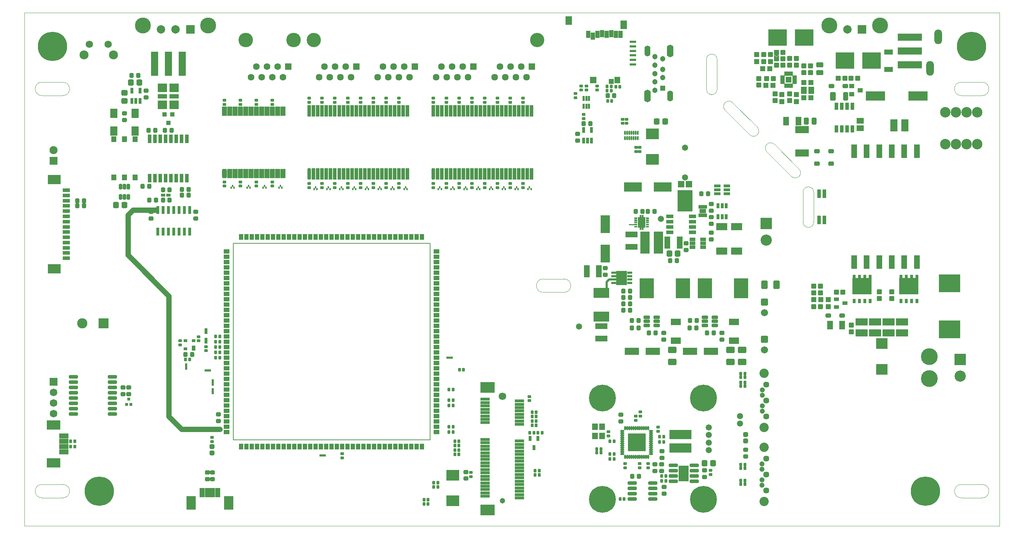
<source format=gts>
G04*
G04 #@! TF.GenerationSoftware,Altium Limited,Altium Designer,23.1.1 (15)*
G04*
G04 Layer_Color=8388736*
%FSLAX44Y44*%
%MOMM*%
G71*
G04*
G04 #@! TF.SameCoordinates,5873BA87-B4A8-4489-8BBC-5F2359CC4874*
G04*
G04*
G04 #@! TF.FilePolarity,Negative*
G04*
G01*
G75*
%ADD12C,0.1270*%
%ADD21C,0.5080*%
%ADD23C,0.0254*%
%ADD24C,0.1020*%
%ADD25C,0.1016*%
%ADD141C,1.2700*%
%ADD142R,3.1032X2.6032*%
%ADD143R,1.1032X1.4032*%
%ADD144R,1.4032X1.1032*%
G04:AMPARAMS|DCode=145|XSize=0.7032mm|YSize=0.8032mm|CornerRadius=0.1516mm|HoleSize=0mm|Usage=FLASHONLY|Rotation=180.000|XOffset=0mm|YOffset=0mm|HoleType=Round|Shape=RoundedRectangle|*
%AMROUNDEDRECTD145*
21,1,0.7032,0.5000,0,0,180.0*
21,1,0.4000,0.8032,0,0,180.0*
1,1,0.3032,-0.2000,0.2500*
1,1,0.3032,0.2000,0.2500*
1,1,0.3032,0.2000,-0.2500*
1,1,0.3032,-0.2000,-0.2500*
%
%ADD145ROUNDEDRECTD145*%
%ADD146R,0.8032X1.3032*%
G04:AMPARAMS|DCode=147|XSize=0.7032mm|YSize=0.8032mm|CornerRadius=0.1516mm|HoleSize=0mm|Usage=FLASHONLY|Rotation=270.000|XOffset=0mm|YOffset=0mm|HoleType=Round|Shape=RoundedRectangle|*
%AMROUNDEDRECTD147*
21,1,0.7032,0.5000,0,0,270.0*
21,1,0.4000,0.8032,0,0,270.0*
1,1,0.3032,-0.2500,-0.2000*
1,1,0.3032,-0.2500,0.2000*
1,1,0.3032,0.2500,0.2000*
1,1,0.3032,0.2500,-0.2000*
%
%ADD147ROUNDEDRECTD147*%
G04:AMPARAMS|DCode=148|XSize=1.1032mm|YSize=1.0032mm|CornerRadius=0.2016mm|HoleSize=0mm|Usage=FLASHONLY|Rotation=180.000|XOffset=0mm|YOffset=0mm|HoleType=Round|Shape=RoundedRectangle|*
%AMROUNDEDRECTD148*
21,1,1.1032,0.6000,0,0,180.0*
21,1,0.7000,1.0032,0,0,180.0*
1,1,0.4032,-0.3500,0.3000*
1,1,0.4032,0.3500,0.3000*
1,1,0.4032,0.3500,-0.3000*
1,1,0.4032,-0.3500,-0.3000*
%
%ADD148ROUNDEDRECTD148*%
%ADD149R,3.4032X2.5032*%
%ADD150R,2.2032X0.8032*%
%ADD151R,1.4032X1.6032*%
%ADD152C,7.0000*%
%ADD153R,3.4032X1.8032*%
G04:AMPARAMS|DCode=154|XSize=1.4532mm|YSize=1.3532mm|CornerRadius=0.2454mm|HoleSize=0mm|Usage=FLASHONLY|Rotation=90.000|XOffset=0mm|YOffset=0mm|HoleType=Round|Shape=RoundedRectangle|*
%AMROUNDEDRECTD154*
21,1,1.4532,0.8625,0,0,90.0*
21,1,0.9625,1.3532,0,0,90.0*
1,1,0.4907,0.4313,0.4813*
1,1,0.4907,0.4313,-0.4813*
1,1,0.4907,-0.4313,-0.4813*
1,1,0.4907,-0.4313,0.4813*
%
%ADD154ROUNDEDRECTD154*%
%ADD155R,2.4332X1.6232*%
G04:AMPARAMS|DCode=156|XSize=1.1132mm|YSize=1.1332mm|CornerRadius=0.2154mm|HoleSize=0mm|Usage=FLASHONLY|Rotation=90.000|XOffset=0mm|YOffset=0mm|HoleType=Round|Shape=RoundedRectangle|*
%AMROUNDEDRECTD156*
21,1,1.1132,0.7025,0,0,90.0*
21,1,0.6825,1.1332,0,0,90.0*
1,1,0.4307,0.3513,0.3413*
1,1,0.4307,0.3513,-0.3413*
1,1,0.4307,-0.3513,-0.3413*
1,1,0.4307,-0.3513,0.3413*
%
%ADD156ROUNDEDRECTD156*%
%ADD157R,0.5032X0.9532*%
%ADD158R,1.5032X1.1032*%
%ADD159R,1.6032X0.8032*%
%ADD160R,0.7532X1.2532*%
%ADD161R,1.4032X0.8532*%
%ADD162R,2.5032X3.4332*%
%ADD163R,1.1532X0.5532*%
%ADD164R,3.5032X4.7032*%
%ADD165R,3.7084X2.4638*%
%ADD166R,5.2070X2.3114*%
%ADD167R,1.7282X0.8532*%
%ADD168R,0.6532X1.6782*%
G04:AMPARAMS|DCode=169|XSize=1.1532mm|YSize=2.2532mm|CornerRadius=0.3391mm|HoleSize=0mm|Usage=FLASHONLY|Rotation=180.000|XOffset=0mm|YOffset=0mm|HoleType=Round|Shape=RoundedRectangle|*
%AMROUNDEDRECTD169*
21,1,1.1532,1.5750,0,0,180.0*
21,1,0.4750,2.2532,0,0,180.0*
1,1,0.6782,-0.2375,0.7875*
1,1,0.6782,0.2375,0.7875*
1,1,0.6782,0.2375,-0.7875*
1,1,0.6782,-0.2375,-0.7875*
%
%ADD169ROUNDEDRECTD169*%
%ADD170R,1.1532X2.2532*%
G04:AMPARAMS|DCode=171|XSize=0.8432mm|YSize=2.7432mm|CornerRadius=0.2616mm|HoleSize=0mm|Usage=FLASHONLY|Rotation=180.000|XOffset=0mm|YOffset=0mm|HoleType=Round|Shape=RoundedRectangle|*
%AMROUNDEDRECTD171*
21,1,0.8432,2.2200,0,0,180.0*
21,1,0.3200,2.7432,0,0,180.0*
1,1,0.5232,-0.1600,1.1100*
1,1,0.5232,0.1600,1.1100*
1,1,0.5232,0.1600,-1.1100*
1,1,0.5232,-0.1600,-1.1100*
%
%ADD171ROUNDEDRECTD171*%
%ADD172R,0.8432X2.7432*%
G04:AMPARAMS|DCode=173|XSize=0.9432mm|YSize=0.4232mm|CornerRadius=0.1291mm|HoleSize=0mm|Usage=FLASHONLY|Rotation=90.000|XOffset=0mm|YOffset=0mm|HoleType=Round|Shape=RoundedRectangle|*
%AMROUNDEDRECTD173*
21,1,0.9432,0.1650,0,0,90.0*
21,1,0.6850,0.4232,0,0,90.0*
1,1,0.2582,0.0825,0.3425*
1,1,0.2582,0.0825,-0.3425*
1,1,0.2582,-0.0825,-0.3425*
1,1,0.2582,-0.0825,0.3425*
%
%ADD173ROUNDEDRECTD173*%
G04:AMPARAMS|DCode=174|XSize=1.5732mm|YSize=0.7932mm|CornerRadius=0.2491mm|HoleSize=0mm|Usage=FLASHONLY|Rotation=0.000|XOffset=0mm|YOffset=0mm|HoleType=Round|Shape=RoundedRectangle|*
%AMROUNDEDRECTD174*
21,1,1.5732,0.2950,0,0,0.0*
21,1,1.0750,0.7932,0,0,0.0*
1,1,0.4982,0.5375,-0.1475*
1,1,0.4982,-0.5375,-0.1475*
1,1,0.4982,-0.5375,0.1475*
1,1,0.4982,0.5375,0.1475*
%
%ADD174ROUNDEDRECTD174*%
G04:AMPARAMS|DCode=175|XSize=2.1732mm|YSize=0.8032mm|CornerRadius=0.1766mm|HoleSize=0mm|Usage=FLASHONLY|Rotation=180.000|XOffset=0mm|YOffset=0mm|HoleType=Round|Shape=RoundedRectangle|*
%AMROUNDEDRECTD175*
21,1,2.1732,0.4500,0,0,180.0*
21,1,1.8200,0.8032,0,0,180.0*
1,1,0.3532,-0.9100,0.2250*
1,1,0.3532,0.9100,0.2250*
1,1,0.3532,0.9100,-0.2250*
1,1,0.3532,-0.9100,-0.2250*
%
%ADD175ROUNDEDRECTD175*%
%ADD176R,2.3532X3.7032*%
%ADD177R,4.2282X4.2282*%
G04:AMPARAMS|DCode=178|XSize=1.0632mm|YSize=0.4632mm|CornerRadius=0.1718mm|HoleSize=0mm|Usage=FLASHONLY|Rotation=90.000|XOffset=0mm|YOffset=0mm|HoleType=Round|Shape=RoundedRectangle|*
%AMROUNDEDRECTD178*
21,1,1.0632,0.1196,0,0,90.0*
21,1,0.7196,0.4632,0,0,90.0*
1,1,0.3436,0.0598,0.3598*
1,1,0.3436,0.0598,-0.3598*
1,1,0.3436,-0.0598,-0.3598*
1,1,0.3436,-0.0598,0.3598*
%
%ADD178ROUNDEDRECTD178*%
G04:AMPARAMS|DCode=179|XSize=1.0632mm|YSize=0.4632mm|CornerRadius=0.1718mm|HoleSize=0mm|Usage=FLASHONLY|Rotation=0.000|XOffset=0mm|YOffset=0mm|HoleType=Round|Shape=RoundedRectangle|*
%AMROUNDEDRECTD179*
21,1,1.0632,0.1196,0,0,0.0*
21,1,0.7196,0.4632,0,0,0.0*
1,1,0.3436,0.3598,-0.0598*
1,1,0.3436,-0.3598,-0.0598*
1,1,0.3436,-0.3598,0.0598*
1,1,0.3436,0.3598,0.0598*
%
%ADD179ROUNDEDRECTD179*%
G04:AMPARAMS|DCode=180|XSize=2.1832mm|YSize=0.7932mm|CornerRadius=0.1754mm|HoleSize=0mm|Usage=FLASHONLY|Rotation=180.000|XOffset=0mm|YOffset=0mm|HoleType=Round|Shape=RoundedRectangle|*
%AMROUNDEDRECTD180*
21,1,2.1832,0.4425,0,0,180.0*
21,1,1.8325,0.7932,0,0,180.0*
1,1,0.3507,-0.9163,0.2213*
1,1,0.3507,0.9163,0.2213*
1,1,0.3507,0.9163,-0.2213*
1,1,0.3507,-0.9163,-0.2213*
%
%ADD180ROUNDEDRECTD180*%
%ADD181R,0.7032X0.8032*%
G04:AMPARAMS|DCode=182|XSize=2.2532mm|YSize=0.7932mm|CornerRadius=0.1754mm|HoleSize=0mm|Usage=FLASHONLY|Rotation=0.000|XOffset=0mm|YOffset=0mm|HoleType=Round|Shape=RoundedRectangle|*
%AMROUNDEDRECTD182*
21,1,2.2532,0.4425,0,0,0.0*
21,1,1.9025,0.7932,0,0,0.0*
1,1,0.3507,0.9513,-0.2213*
1,1,0.3507,-0.9513,-0.2213*
1,1,0.3507,-0.9513,0.2213*
1,1,0.3507,0.9513,0.2213*
%
%ADD182ROUNDEDRECTD182*%
%ADD183R,2.9232X1.3632*%
%ADD184R,2.2032X4.2032*%
%ADD185R,2.3032X3.2032*%
%ADD186R,1.2032X2.2032*%
%ADD187R,3.1524X2.2524*%
%ADD188R,1.7524X0.9524*%
G04:AMPARAMS|DCode=189|XSize=1.1032mm|YSize=1.0032mm|CornerRadius=0.2016mm|HoleSize=0mm|Usage=FLASHONLY|Rotation=90.000|XOffset=0mm|YOffset=0mm|HoleType=Round|Shape=RoundedRectangle|*
%AMROUNDEDRECTD189*
21,1,1.1032,0.6000,0,0,90.0*
21,1,0.7000,1.0032,0,0,90.0*
1,1,0.4032,0.3000,0.3500*
1,1,0.4032,0.3000,-0.3500*
1,1,0.4032,-0.3000,-0.3500*
1,1,0.4032,-0.3000,0.3500*
%
%ADD189ROUNDEDRECTD189*%
%ADD190C,1.4740*%
%ADD191R,1.7532X2.3032*%
%ADD192R,1.1632X1.3232*%
G04:AMPARAMS|DCode=193|XSize=1.4532mm|YSize=1.3532mm|CornerRadius=0.2454mm|HoleSize=0mm|Usage=FLASHONLY|Rotation=0.000|XOffset=0mm|YOffset=0mm|HoleType=Round|Shape=RoundedRectangle|*
%AMROUNDEDRECTD193*
21,1,1.4532,0.8625,0,0,0.0*
21,1,0.9625,1.3532,0,0,0.0*
1,1,0.4907,0.4813,-0.4313*
1,1,0.4907,-0.4813,-0.4313*
1,1,0.4907,-0.4813,0.4313*
1,1,0.4907,0.4813,0.4313*
%
%ADD193ROUNDEDRECTD193*%
G04:AMPARAMS|DCode=194|XSize=1.4132mm|YSize=0.7832mm|CornerRadius=0.1741mm|HoleSize=0mm|Usage=FLASHONLY|Rotation=270.000|XOffset=0mm|YOffset=0mm|HoleType=Round|Shape=RoundedRectangle|*
%AMROUNDEDRECTD194*
21,1,1.4132,0.4350,0,0,270.0*
21,1,1.0650,0.7832,0,0,270.0*
1,1,0.3482,-0.2175,-0.5325*
1,1,0.3482,-0.2175,0.5325*
1,1,0.3482,0.2175,0.5325*
1,1,0.3482,0.2175,-0.5325*
%
%ADD194ROUNDEDRECTD194*%
%ADD195R,0.7366X1.9050*%
%ADD196R,0.9832X0.6732*%
%ADD197R,0.8532X2.1532*%
%ADD198R,1.0432X1.0432*%
%ADD199R,0.6032X1.2032*%
%ADD200R,0.7032X1.3282*%
%ADD201R,0.9032X0.8032*%
%ADD202R,0.9032X1.2032*%
%ADD203R,3.5632X5.0632*%
%ADD204R,1.5932X1.6032*%
%ADD205R,0.5032X1.0532*%
%ADD206R,1.0532X0.5032*%
%ADD207R,1.4532X1.4532*%
%ADD208R,1.3532X1.6732*%
%ADD209R,3.2032X1.6532*%
G04:AMPARAMS|DCode=210|XSize=1.1432mm|YSize=1.9732mm|CornerRadius=0.1674mm|HoleSize=0mm|Usage=FLASHONLY|Rotation=0.000|XOffset=0mm|YOffset=0mm|HoleType=Round|Shape=RoundedRectangle|*
%AMROUNDEDRECTD210*
21,1,1.1432,1.6384,0,0,0.0*
21,1,0.8084,1.9732,0,0,0.0*
1,1,0.3348,0.4042,-0.8192*
1,1,0.3348,-0.4042,-0.8192*
1,1,0.3348,-0.4042,0.8192*
1,1,0.3348,0.4042,0.8192*
%
%ADD210ROUNDEDRECTD210*%
G04:AMPARAMS|DCode=211|XSize=1.2932mm|YSize=1.9732mm|CornerRadius=0.1779mm|HoleSize=0mm|Usage=FLASHONLY|Rotation=0.000|XOffset=0mm|YOffset=0mm|HoleType=Round|Shape=RoundedRectangle|*
%AMROUNDEDRECTD211*
21,1,1.2932,1.6174,0,0,0.0*
21,1,0.9374,1.9732,0,0,0.0*
1,1,0.3558,0.4687,-0.8087*
1,1,0.3558,-0.4687,-0.8087*
1,1,0.3558,-0.4687,0.8087*
1,1,0.3558,0.4687,0.8087*
%
%ADD211ROUNDEDRECTD211*%
G04:AMPARAMS|DCode=212|XSize=1.2032mm|YSize=1.6232mm|CornerRadius=0.2266mm|HoleSize=0mm|Usage=FLASHONLY|Rotation=90.000|XOffset=0mm|YOffset=0mm|HoleType=Round|Shape=RoundedRectangle|*
%AMROUNDEDRECTD212*
21,1,1.2032,1.1700,0,0,90.0*
21,1,0.7500,1.6232,0,0,90.0*
1,1,0.4532,0.5850,0.3750*
1,1,0.4532,0.5850,-0.3750*
1,1,0.4532,-0.5850,-0.3750*
1,1,0.4532,-0.5850,0.3750*
%
%ADD212ROUNDEDRECTD212*%
%ADD213R,4.5532X2.3032*%
%ADD214R,1.2032X1.3032*%
%ADD215R,1.4132X2.0232*%
G04:AMPARAMS|DCode=216|XSize=1.4132mm|YSize=0.9332mm|CornerRadius=0.1673mm|HoleSize=0mm|Usage=FLASHONLY|Rotation=180.000|XOffset=0mm|YOffset=0mm|HoleType=Round|Shape=RoundedRectangle|*
%AMROUNDEDRECTD216*
21,1,1.4132,0.5986,0,0,180.0*
21,1,1.0786,0.9332,0,0,180.0*
1,1,0.3346,-0.5393,0.2993*
1,1,0.3346,0.5393,0.2993*
1,1,0.3346,0.5393,-0.2993*
1,1,0.3346,-0.5393,-0.2993*
%
%ADD216ROUNDEDRECTD216*%
%ADD217R,0.8532X2.0532*%
%ADD218R,1.3032X0.8532*%
%ADD219R,0.7032X1.1282*%
%ADD220R,0.8032X1.0032*%
%ADD221R,4.6132X3.8582*%
%ADD222R,5.1032X4.2032*%
%ADD223R,1.4732X3.2532*%
%ADD224R,1.1752X1.0052*%
%ADD225R,0.8532X1.7282*%
%ADD226R,1.8032X5.8032*%
%ADD227R,2.2032X1.0032*%
%ADD228R,2.2032X2.0532*%
G04:AMPARAMS|DCode=229|XSize=1.1432mm|YSize=1.2232mm|CornerRadius=0.1956mm|HoleSize=0mm|Usage=FLASHONLY|Rotation=0.000|XOffset=0mm|YOffset=0mm|HoleType=Round|Shape=RoundedRectangle|*
%AMROUNDEDRECTD229*
21,1,1.1432,0.8320,0,0,0.0*
21,1,0.7520,1.2232,0,0,0.0*
1,1,0.3912,0.3760,-0.4160*
1,1,0.3912,-0.3760,-0.4160*
1,1,0.3912,-0.3760,0.4160*
1,1,0.3912,0.3760,0.4160*
%
%ADD229ROUNDEDRECTD229*%
%ADD230R,2.0832X1.3032*%
%ADD231R,2.9232X1.7332*%
%ADD232R,2.2032X1.2032*%
%ADD233R,3.2032X2.3032*%
%ADD234R,4.4432X4.0132*%
%ADD235R,2.7032X2.5032*%
%ADD236R,0.8032X1.3532*%
%ADD237R,0.7032X0.6032*%
%ADD238R,0.8232X0.6032*%
%ADD239R,0.4032X0.6332*%
%ADD240R,1.2192X1.0160*%
%ADD241R,1.5032X1.6032*%
%ADD242R,1.0032X1.7032*%
%ADD243R,1.6032X2.1032*%
%ADD244R,1.2032X1.2432*%
%ADD245R,1.4032X1.6032*%
%ADD246R,5.8032X1.8032*%
%ADD247R,1.3032X1.2032*%
%ADD248R,0.6032X0.8232*%
%ADD249R,0.6032X0.7032*%
G04:AMPARAMS|DCode=250|XSize=1.1432mm|YSize=1.2232mm|CornerRadius=0.1956mm|HoleSize=0mm|Usage=FLASHONLY|Rotation=90.000|XOffset=0mm|YOffset=0mm|HoleType=Round|Shape=RoundedRectangle|*
%AMROUNDEDRECTD250*
21,1,1.1432,0.8320,0,0,90.0*
21,1,0.7520,1.2232,0,0,90.0*
1,1,0.3912,0.4160,0.3760*
1,1,0.3912,0.4160,-0.3760*
1,1,0.3912,-0.4160,-0.3760*
1,1,0.3912,-0.4160,0.3760*
%
%ADD250ROUNDEDRECTD250*%
G04:AMPARAMS|DCode=251|XSize=1.2032mm|YSize=1.6232mm|CornerRadius=0.2266mm|HoleSize=0mm|Usage=FLASHONLY|Rotation=180.000|XOffset=0mm|YOffset=0mm|HoleType=Round|Shape=RoundedRectangle|*
%AMROUNDEDRECTD251*
21,1,1.2032,1.1700,0,0,180.0*
21,1,0.7500,1.6232,0,0,180.0*
1,1,0.4532,-0.3750,0.5850*
1,1,0.4532,0.3750,0.5850*
1,1,0.4532,0.3750,-0.5850*
1,1,0.4532,-0.3750,-0.5850*
%
%ADD251ROUNDEDRECTD251*%
%ADD252R,1.6732X1.3532*%
%ADD253R,1.7332X2.9232*%
%ADD254R,2.3114X5.2070*%
%ADD255R,1.3632X2.9232*%
G04:AMPARAMS|DCode=256|XSize=2.0532mm|YSize=1.5032mm|CornerRadius=0.2641mm|HoleSize=0mm|Usage=FLASHONLY|Rotation=270.000|XOffset=0mm|YOffset=0mm|HoleType=Round|Shape=RoundedRectangle|*
%AMROUNDEDRECTD256*
21,1,2.0532,0.9750,0,0,270.0*
21,1,1.5250,1.5032,0,0,270.0*
1,1,0.5282,-0.4875,-0.7625*
1,1,0.5282,-0.4875,0.7625*
1,1,0.5282,0.4875,0.7625*
1,1,0.5282,0.4875,-0.7625*
%
%ADD256ROUNDEDRECTD256*%
G04:AMPARAMS|DCode=257|XSize=2.0532mm|YSize=1.5032mm|CornerRadius=0.2641mm|HoleSize=0mm|Usage=FLASHONLY|Rotation=180.000|XOffset=0mm|YOffset=0mm|HoleType=Round|Shape=RoundedRectangle|*
%AMROUNDEDRECTD257*
21,1,2.0532,0.9750,0,0,180.0*
21,1,1.5250,1.5032,0,0,180.0*
1,1,0.5282,-0.7625,0.4875*
1,1,0.5282,0.7625,0.4875*
1,1,0.5282,0.7625,-0.4875*
1,1,0.5282,-0.7625,-0.4875*
%
%ADD257ROUNDEDRECTD257*%
%ADD258R,4.2032X2.2032*%
%ADD259C,0.2286*%
%ADD260C,6.4032*%
%ADD261C,1.3032*%
%ADD262C,1.8032*%
%ADD263C,0.6000*%
%ADD264C,2.5032*%
%ADD265C,1.2192*%
%ADD266C,1.4512*%
%ADD267C,2.2282*%
%ADD268R,1.8232X1.8232*%
%ADD269C,1.8232*%
%ADD270C,2.1532*%
%ADD271C,1.7432*%
%ADD272O,1.6032X3.0032*%
%ADD273O,1.4032X2.6032*%
%ADD274R,1.3032X1.3032*%
%ADD275C,1.6012*%
%ADD276C,3.4532*%
%ADD277R,1.6012X1.6012*%
%ADD278R,1.6112X1.6112*%
%ADD279C,1.6112*%
%ADD280C,3.4032*%
%ADD281C,2.4532*%
%ADD282R,2.4532X2.4532*%
G04:AMPARAMS|DCode=283|XSize=1.7032mm|YSize=1.7032mm|CornerRadius=0.2891mm|HoleSize=0mm|Usage=FLASHONLY|Rotation=90.000|XOffset=0mm|YOffset=0mm|HoleType=Round|Shape=RoundedRectangle|*
%AMROUNDEDRECTD283*
21,1,1.7032,1.1250,0,0,90.0*
21,1,1.1250,1.7032,0,0,90.0*
1,1,0.5782,0.5625,0.5625*
1,1,0.5782,0.5625,-0.5625*
1,1,0.5782,-0.5625,-0.5625*
1,1,0.5782,-0.5625,0.5625*
%
%ADD283ROUNDEDRECTD283*%
%ADD284C,1.7032*%
%ADD285R,2.0032X2.0032*%
%ADD286C,2.0032*%
%ADD287C,3.8032*%
%ADD288O,1.8532X3.5032*%
%ADD289R,1.9282X1.9282*%
%ADD290C,1.9282*%
%ADD291C,4.0132*%
%ADD292R,2.6782X2.6782*%
%ADD293C,2.6782*%
G36*
X1801554Y1127951D02*
X1795458Y1121854D01*
X1789362Y1127951D01*
Y1130490D01*
X1801554D01*
Y1127951D01*
D02*
G37*
G36*
Y1117791D02*
X1789362D01*
Y1127442D01*
X1795458Y1121347D01*
X1801554Y1127442D01*
Y1117791D01*
D02*
G37*
G36*
X1477788Y738274D02*
X1482288D01*
Y712874D01*
X1477788D01*
Y707874D01*
X1473888D01*
Y712874D01*
X1472788D01*
Y707874D01*
X1468888D01*
Y712874D01*
X1464388D01*
Y738274D01*
X1468888D01*
Y743274D01*
X1472788D01*
Y738274D01*
X1473888D01*
Y743274D01*
X1477788D01*
Y738274D01*
D02*
G37*
G36*
X1491038Y733674D02*
X1483638D01*
Y737474D01*
X1491038D01*
Y733674D01*
D02*
G37*
G36*
X1463038D02*
X1455638D01*
Y737474D01*
X1463038D01*
Y733674D01*
D02*
G37*
G36*
X1491038Y728674D02*
X1483638D01*
Y732474D01*
X1491038D01*
Y728674D01*
D02*
G37*
G36*
X1463038D02*
X1455638D01*
Y732474D01*
X1463038D01*
Y728674D01*
D02*
G37*
G36*
X1491038Y723674D02*
X1483638D01*
Y727474D01*
X1491038D01*
Y723674D01*
D02*
G37*
G36*
X1463038D02*
X1455638D01*
Y727474D01*
X1463038D01*
Y723674D01*
D02*
G37*
G36*
X1491038Y718674D02*
X1483638D01*
Y722474D01*
X1491038D01*
Y718674D01*
D02*
G37*
G36*
X1463038D02*
X1455638D01*
Y722474D01*
X1463038D01*
Y718674D01*
D02*
G37*
G36*
X1491038Y713674D02*
X1483638D01*
Y717474D01*
X1491038D01*
Y713674D01*
D02*
G37*
G36*
X1463038D02*
X1455638D01*
Y717474D01*
X1463038D01*
Y713674D01*
D02*
G37*
D12*
X968042Y205674D02*
Y675574D01*
X498041Y675674D02*
X968042D01*
X498041Y205674D02*
Y675574D01*
Y205674D02*
Y205774D01*
Y205674D02*
X968042D01*
D21*
X1377524Y557070D02*
X1385364D01*
X1389888Y561594D01*
Y583438D02*
X1395564Y589114D01*
X1389888Y561594D02*
Y583438D01*
X1395564Y589114D02*
X1406524D01*
D23*
X2286508Y1028956D02*
G03*
X2286508Y1060956I0J16000D01*
G01*
X2236508D02*
G03*
X2236508Y1028956I0J-16000D01*
G01*
X41294Y1060954D02*
G03*
X41294Y1028954I0J-16000D01*
G01*
X91294D02*
G03*
X91294Y1060954I0J16000D01*
G01*
X2286628Y67290D02*
G03*
X2286628Y99290I0J16000D01*
G01*
X2236628D02*
G03*
X2236628Y67290I0J-16000D01*
G01*
X41338Y99271D02*
G03*
X41338Y67271I0J-16000D01*
G01*
X91338D02*
G03*
X91338Y99271I0J16000D01*
G01*
X1288135Y558551D02*
G03*
X1288135Y590551I0J16000D01*
G01*
X1238135D02*
G03*
X1238135Y558551I0J-16000D01*
G01*
X1884172Y798068D02*
G03*
X1858772Y798068I-12700J0D01*
G01*
Y726440D02*
G03*
X1884172Y726440I12700J0D01*
G01*
X1790296Y912445D02*
G03*
X1772322Y894498I-8994J-8967D01*
G01*
X1831250Y835570D02*
G03*
X1849210Y853530I8980J8980D01*
G01*
X1731682Y935138D02*
G03*
X1749642Y953098I8980J8980D01*
G01*
X1690728Y1012013D02*
G03*
X1672754Y994066I-8994J-8967D01*
G01*
X1628140Y1043940D02*
G03*
X1653540Y1043940I12700J0D01*
G01*
Y1115568D02*
G03*
X1628140Y1115568I-12700J0D01*
G01*
X2236508Y1028956D02*
X2286508D01*
X2236508Y1060956D02*
X2286508D01*
X41294Y1060954D02*
X91294D01*
X41294Y1028954D02*
X91294D01*
X2236628Y67290D02*
X2286628D01*
X2236628Y99290D02*
X2286628D01*
X41338Y99271D02*
X91338D01*
X41338Y67271D02*
X91338D01*
X1238135Y558551D02*
X1288135D01*
X1238135Y590551D02*
X1288135D01*
X1858772Y726440D02*
Y798068D01*
X1884172Y726440D02*
Y798068D01*
X1790282Y912458D02*
X1849210Y853530D01*
X1772322Y894498D02*
X1831250Y835570D01*
X1672754Y994066D02*
X1731682Y935138D01*
X1690714Y1012026D02*
X1749642Y953098D01*
X1653540Y1043940D02*
Y1115568D01*
X1628140Y1043940D02*
Y1115568D01*
D24*
X-1Y1226566D02*
X2327910Y1226566D01*
D25*
X2327910Y0D01*
X-1Y1226566D02*
X0Y0D01*
X2327910D01*
D141*
X246634Y647699D02*
Y743205D01*
Y647699D02*
X344423Y549910D01*
X313570Y755261D02*
X313689Y755142D01*
X258690Y755261D02*
X313570D01*
X246634Y743205D02*
X258690Y755261D01*
X344423Y261874D02*
Y549910D01*
Y261874D02*
X374776Y231521D01*
X465835D01*
D142*
X1022858Y121178D02*
D03*
Y60178D02*
D03*
X1499361Y937534D02*
D03*
Y876534D02*
D03*
D143*
X783841Y189959D02*
D03*
X936241D02*
D03*
X910841D02*
D03*
X923541D02*
D03*
X898141D02*
D03*
X872741D02*
D03*
X860041D02*
D03*
X834641D02*
D03*
X809241D02*
D03*
X821941D02*
D03*
X796541D02*
D03*
X771141D02*
D03*
X758441D02*
D03*
X733041D02*
D03*
X707642D02*
D03*
X720341D02*
D03*
X694941D02*
D03*
X669541D02*
D03*
X656841D02*
D03*
X631441D02*
D03*
X606041D02*
D03*
X618741D02*
D03*
X593341D02*
D03*
X567941D02*
D03*
X555241D02*
D03*
X529841D02*
D03*
X517141D02*
D03*
X936241Y691389D02*
D03*
X923541D02*
D03*
X910841D02*
D03*
X898141D02*
D03*
X872741D02*
D03*
X860041D02*
D03*
X834641D02*
D03*
X821941D02*
D03*
X809241D02*
D03*
X796541D02*
D03*
X771141D02*
D03*
X758441D02*
D03*
X733041D02*
D03*
X720341D02*
D03*
X707641D02*
D03*
X694941D02*
D03*
X669541D02*
D03*
X656841D02*
D03*
X631441D02*
D03*
X618741D02*
D03*
X606041D02*
D03*
X593341D02*
D03*
X567941D02*
D03*
X555241D02*
D03*
X529841D02*
D03*
X517141D02*
D03*
X948941Y189959D02*
D03*
X847341D02*
D03*
X885441D02*
D03*
X745741D02*
D03*
X682241D02*
D03*
X580641D02*
D03*
X644141D02*
D03*
X542541D02*
D03*
X948941Y691389D02*
D03*
X885441D02*
D03*
X847341D02*
D03*
X783841D02*
D03*
X745741D02*
D03*
X682241D02*
D03*
X644141D02*
D03*
X580641D02*
D03*
X542541D02*
D03*
D144*
X983756Y224774D02*
D03*
X482326D02*
D03*
X983756Y237474D02*
D03*
X482326D02*
D03*
X983756Y262874D02*
D03*
X482326D02*
D03*
X983756Y275574D02*
D03*
X482326D02*
D03*
X983756Y300974D02*
D03*
X482326D02*
D03*
X983756Y313674D02*
D03*
Y326374D02*
D03*
X482326D02*
D03*
Y313674D02*
D03*
X983756Y339074D02*
D03*
X482326D02*
D03*
X983756Y364474D02*
D03*
X482326D02*
D03*
X983756Y377174D02*
D03*
X482326D02*
D03*
X983756Y402574D02*
D03*
X482326D02*
D03*
X983756Y415274D02*
D03*
Y427974D02*
D03*
X482326D02*
D03*
Y415274D02*
D03*
X983756Y440674D02*
D03*
X482326D02*
D03*
X983756Y466074D02*
D03*
X482326D02*
D03*
X983756Y478774D02*
D03*
X482326D02*
D03*
X983756Y504174D02*
D03*
X482326D02*
D03*
X983756Y516874D02*
D03*
Y529574D02*
D03*
X482326D02*
D03*
Y516874D02*
D03*
X983756Y542274D02*
D03*
X482326D02*
D03*
X983756Y567674D02*
D03*
X482326D02*
D03*
X983756Y580374D02*
D03*
X482326D02*
D03*
X983756Y605774D02*
D03*
X482326D02*
D03*
X983756Y618474D02*
D03*
Y631174D02*
D03*
X482326D02*
D03*
Y618474D02*
D03*
X983756Y643874D02*
D03*
X482326D02*
D03*
X983756Y250174D02*
D03*
X482326D02*
D03*
X983756Y288274D02*
D03*
X482326D02*
D03*
X983756Y351774D02*
D03*
Y389874D02*
D03*
X482326D02*
D03*
Y351774D02*
D03*
X983756Y453374D02*
D03*
Y491474D02*
D03*
X482326D02*
D03*
Y453374D02*
D03*
X983756Y554974D02*
D03*
X482326D02*
D03*
X983756Y593074D02*
D03*
Y656574D02*
D03*
X482326D02*
D03*
Y593074D02*
D03*
D145*
X1235652Y222758D02*
D03*
X1225652D02*
D03*
X1216580D02*
D03*
X1206580D02*
D03*
X1397599Y171675D02*
D03*
X1407599D02*
D03*
X1407587Y159766D02*
D03*
X1397587D02*
D03*
X1407587Y202183D02*
D03*
X1397587D02*
D03*
X455896Y415274D02*
D03*
X465896D02*
D03*
X1402048Y1015746D02*
D03*
X1392048D02*
D03*
X393954Y397764D02*
D03*
X383954D02*
D03*
X109808Y202338D02*
D03*
X119808D02*
D03*
X109808Y189838D02*
D03*
X119808D02*
D03*
X1037256Y192275D02*
D03*
X1027256D02*
D03*
X1037256Y202435D02*
D03*
X1027256D02*
D03*
X1048178Y373634D02*
D03*
X1038178D02*
D03*
X1390592Y1040336D02*
D03*
X1400592D02*
D03*
X1390592Y1051004D02*
D03*
X1400592D02*
D03*
X1421717Y64643D02*
D03*
X1431717D02*
D03*
X1023031Y288274D02*
D03*
X1013031D02*
D03*
X1023031Y300974D02*
D03*
X1013031D02*
D03*
X1023031Y326374D02*
D03*
X1013031D02*
D03*
X976710Y103217D02*
D03*
X986710D02*
D03*
X976710Y93218D02*
D03*
X986710D02*
D03*
X1027256Y181102D02*
D03*
X1037256D02*
D03*
X1531025Y107961D02*
D03*
X1521025D02*
D03*
X1027256Y171196D02*
D03*
X1037256D02*
D03*
X953596Y62738D02*
D03*
X963596D02*
D03*
X1521025Y119499D02*
D03*
X1531025D02*
D03*
X953596Y52808D02*
D03*
X963596D02*
D03*
X455896Y453374D02*
D03*
X465896D02*
D03*
X455896Y440674D02*
D03*
X465896D02*
D03*
X455896Y427974D02*
D03*
X465896D02*
D03*
X1221786Y272161D02*
D03*
X1211786D02*
D03*
X1221786Y261578D02*
D03*
X1211786D02*
D03*
X1221786Y250944D02*
D03*
X1211786D02*
D03*
X1221786Y240411D02*
D03*
X1211786D02*
D03*
X1228898Y121674D02*
D03*
X1218898D02*
D03*
X1228898Y132215D02*
D03*
X1218898D02*
D03*
X455896Y402574D02*
D03*
X465896D02*
D03*
X1013031Y224774D02*
D03*
X1023031D02*
D03*
X1013031Y237474D02*
D03*
X1023031D02*
D03*
X1526327Y200532D02*
D03*
X1516327D02*
D03*
X1516327Y213868D02*
D03*
X1526327D02*
D03*
X1720261Y99822D02*
D03*
X1710261D02*
D03*
X1720261Y108458D02*
D03*
X1710261D02*
D03*
X1720261Y137922D02*
D03*
X1710261D02*
D03*
X1720261Y146558D02*
D03*
X1710261D02*
D03*
X1720261Y364450D02*
D03*
X1710261D02*
D03*
X1720261Y355814D02*
D03*
X1710261D02*
D03*
X1720261Y343334D02*
D03*
X1710261D02*
D03*
X1720261Y334698D02*
D03*
X1710261D02*
D03*
X1376525Y184001D02*
D03*
X1366525D02*
D03*
X1376525Y175365D02*
D03*
X1366525D02*
D03*
X1411557Y1050036D02*
D03*
X1421557D02*
D03*
D146*
X1225652Y208944D02*
D03*
X1206652D02*
D03*
X1216152Y186944D02*
D03*
D147*
X1470651Y272507D02*
D03*
Y262507D02*
D03*
X1459059Y262595D02*
D03*
Y252595D02*
D03*
X1394031Y215218D02*
D03*
Y225218D02*
D03*
X832718Y818816D02*
D03*
Y808816D02*
D03*
X1366803Y1051988D02*
D03*
Y1041988D02*
D03*
X1334903Y973662D02*
D03*
Y983662D02*
D03*
X415798Y442570D02*
D03*
Y452570D02*
D03*
X433578Y428908D02*
D03*
Y418908D02*
D03*
X371094Y432570D02*
D03*
Y442570D02*
D03*
X1341404Y1041988D02*
D03*
Y1051988D02*
D03*
X1328703Y1041988D02*
D03*
Y1051988D02*
D03*
X1315466Y1023526D02*
D03*
Y1033526D02*
D03*
X802118Y808816D02*
D03*
Y818816D02*
D03*
X771518Y808816D02*
D03*
Y818816D02*
D03*
X893918Y1013032D02*
D03*
Y1023032D02*
D03*
X863318Y1013032D02*
D03*
Y1023032D02*
D03*
X832718Y1013032D02*
D03*
Y1023032D02*
D03*
X802118Y1013032D02*
D03*
Y1023032D02*
D03*
X477318Y1007952D02*
D03*
Y1017952D02*
D03*
X679718Y1013032D02*
D03*
Y1023032D02*
D03*
X771518Y1013032D02*
D03*
Y1023032D02*
D03*
X710318Y1013032D02*
D03*
Y1023032D02*
D03*
X740918Y1013032D02*
D03*
Y1023032D02*
D03*
X515418Y1007952D02*
D03*
Y1017952D02*
D03*
X591618Y1007952D02*
D03*
Y1017952D02*
D03*
X553518Y1007952D02*
D03*
Y1017952D02*
D03*
X1190418Y818816D02*
D03*
Y808816D02*
D03*
X1037418Y1013032D02*
D03*
Y1023032D02*
D03*
X1190418Y1013032D02*
D03*
Y1023032D02*
D03*
X1006818Y1013032D02*
D03*
Y1023032D02*
D03*
X976218Y1013032D02*
D03*
Y1023032D02*
D03*
X1159818Y1013032D02*
D03*
Y1023032D02*
D03*
X1129218Y1013032D02*
D03*
Y1023032D02*
D03*
X1098618Y1013032D02*
D03*
Y1023032D02*
D03*
X1068018Y1013032D02*
D03*
Y1023032D02*
D03*
X515418Y822626D02*
D03*
Y812626D02*
D03*
X553518Y822626D02*
D03*
Y812626D02*
D03*
X477318Y822626D02*
D03*
Y812626D02*
D03*
X679718Y818816D02*
D03*
Y808816D02*
D03*
X591618Y822626D02*
D03*
Y812626D02*
D03*
X740918Y818816D02*
D03*
Y808816D02*
D03*
X710318Y818816D02*
D03*
Y808816D02*
D03*
X893918Y818816D02*
D03*
Y808816D02*
D03*
X976218Y818816D02*
D03*
Y808816D02*
D03*
X1098618Y818816D02*
D03*
Y808816D02*
D03*
X1006818Y818816D02*
D03*
Y808816D02*
D03*
X1068018Y818816D02*
D03*
Y808816D02*
D03*
X1037418Y818816D02*
D03*
Y808816D02*
D03*
X863318Y818816D02*
D03*
Y808816D02*
D03*
X1129218Y818816D02*
D03*
Y808816D02*
D03*
X1159818Y818816D02*
D03*
Y808816D02*
D03*
X1434059Y148885D02*
D03*
Y138885D02*
D03*
X758441Y172894D02*
D03*
Y162894D02*
D03*
X447851Y211940D02*
D03*
Y201940D02*
D03*
X1436947Y962411D02*
D03*
Y972411D02*
D03*
X1428281Y962411D02*
D03*
Y972411D02*
D03*
X1489059Y138891D02*
D03*
Y148891D02*
D03*
X1469059D02*
D03*
Y138891D02*
D03*
X1512359Y236526D02*
D03*
Y226526D02*
D03*
X1637918Y123270D02*
D03*
Y133270D02*
D03*
X1066037Y127695D02*
D03*
Y117695D02*
D03*
X1205286Y299445D02*
D03*
Y309445D02*
D03*
X1468921Y905355D02*
D03*
Y895355D02*
D03*
X1460285Y905355D02*
D03*
Y895355D02*
D03*
D148*
X1424177Y250191D02*
D03*
Y266191D02*
D03*
X1320546Y921386D02*
D03*
Y937386D02*
D03*
X408940Y750950D02*
D03*
Y734950D02*
D03*
X234949Y331470D02*
D03*
Y315470D02*
D03*
X248625D02*
D03*
Y331470D02*
D03*
X302006Y734950D02*
D03*
Y750950D02*
D03*
X238251Y970154D02*
D03*
Y986154D02*
D03*
X289711Y1041000D02*
D03*
Y1025000D02*
D03*
X1527047Y93344D02*
D03*
Y77344D02*
D03*
X1722119Y166244D02*
D03*
Y182244D02*
D03*
X1504695Y147203D02*
D03*
Y131203D02*
D03*
X1623688Y117233D02*
D03*
Y133233D02*
D03*
X1386730Y616146D02*
D03*
Y600146D02*
D03*
X1665224Y461644D02*
D03*
Y445644D02*
D03*
X1579372Y659796D02*
D03*
Y675796D02*
D03*
X1639682Y738574D02*
D03*
Y722574D02*
D03*
X1526286Y461644D02*
D03*
Y445644D02*
D03*
X448717Y112034D02*
D03*
Y128034D02*
D03*
X436217Y112034D02*
D03*
Y128034D02*
D03*
X462533Y266572D02*
D03*
Y250572D02*
D03*
X1522014Y178469D02*
D03*
Y162469D02*
D03*
X1520998Y147203D02*
D03*
Y131203D02*
D03*
X1639682Y701304D02*
D03*
Y685304D02*
D03*
Y753574D02*
D03*
Y769574D02*
D03*
X1053509Y129158D02*
D03*
Y113158D02*
D03*
D149*
X1105711Y38444D02*
D03*
Y331444D02*
D03*
D150*
X1099711Y70944D02*
D03*
Y78944D02*
D03*
Y86944D02*
D03*
Y94944D02*
D03*
Y102944D02*
D03*
Y110944D02*
D03*
Y118944D02*
D03*
Y126944D02*
D03*
Y134944D02*
D03*
Y142944D02*
D03*
Y150944D02*
D03*
Y158944D02*
D03*
Y166944D02*
D03*
Y174944D02*
D03*
Y182944D02*
D03*
Y190944D02*
D03*
Y198944D02*
D03*
Y246944D02*
D03*
Y254944D02*
D03*
Y262944D02*
D03*
Y270944D02*
D03*
Y278944D02*
D03*
Y286944D02*
D03*
Y294944D02*
D03*
Y302944D02*
D03*
Y206944D02*
D03*
X1181711Y66944D02*
D03*
Y74944D02*
D03*
Y82944D02*
D03*
Y90944D02*
D03*
Y98944D02*
D03*
Y106944D02*
D03*
Y114944D02*
D03*
Y122944D02*
D03*
Y130944D02*
D03*
Y138944D02*
D03*
Y146944D02*
D03*
Y154944D02*
D03*
Y162944D02*
D03*
Y170944D02*
D03*
Y178944D02*
D03*
Y186944D02*
D03*
Y194944D02*
D03*
Y242944D02*
D03*
Y250944D02*
D03*
Y258944D02*
D03*
Y266944D02*
D03*
Y274944D02*
D03*
Y282944D02*
D03*
Y290944D02*
D03*
Y298944D02*
D03*
Y202944D02*
D03*
D151*
X1362000Y237226D02*
D03*
Y215226D02*
D03*
X1379000D02*
D03*
Y237226D02*
D03*
D152*
X66294Y1146810D02*
D03*
X2151124Y83312D02*
D03*
X178562D02*
D03*
X2260854Y1146810D02*
D03*
D153*
X1588916Y417830D02*
D03*
X1638916D02*
D03*
X1450232D02*
D03*
X1500232D02*
D03*
D154*
X1623721Y149871D02*
D03*
X1643721D02*
D03*
X238345Y767080D02*
D03*
X218345D02*
D03*
X273906Y1059996D02*
D03*
X253906D02*
D03*
X1539400Y651002D02*
D03*
X1559400D02*
D03*
X1529681Y966978D02*
D03*
X1509681D02*
D03*
D155*
X1693926Y442674D02*
D03*
Y487674D02*
D03*
X1555003Y442674D02*
D03*
Y487674D02*
D03*
D156*
X1722119Y218166D02*
D03*
Y202966D02*
D03*
X447801Y174772D02*
D03*
Y189972D02*
D03*
D157*
X1611944Y742574D02*
D03*
X1616944D02*
D03*
X1621944D02*
D03*
X1626944D02*
D03*
Y762574D02*
D03*
X1621944D02*
D03*
X1616944D02*
D03*
X1611944D02*
D03*
D158*
X1619444Y752574D02*
D03*
D159*
X1654182Y794156D02*
D03*
Y803656D02*
D03*
Y813156D02*
D03*
X1677182D02*
D03*
Y803656D02*
D03*
Y794156D02*
D03*
D160*
X1656182Y765574D02*
D03*
X1665682D02*
D03*
X1675182D02*
D03*
Y739574D02*
D03*
X1665682D02*
D03*
X1656182D02*
D03*
D161*
X1595118Y685296D02*
D03*
Y675796D02*
D03*
Y666296D02*
D03*
X1620118D02*
D03*
Y675796D02*
D03*
Y685296D02*
D03*
D162*
X1425524Y593114D02*
D03*
D163*
X1406524Y581114D02*
D03*
Y589114D02*
D03*
Y597114D02*
D03*
Y605114D02*
D03*
X1444524D02*
D03*
Y597114D02*
D03*
Y589114D02*
D03*
Y581114D02*
D03*
D164*
X1711038Y568368D02*
D03*
X1624038D02*
D03*
X1485182D02*
D03*
X1572182D02*
D03*
D165*
X1377524Y500682D02*
D03*
Y557070D02*
D03*
D166*
X1566290Y186436D02*
D03*
Y218440D02*
D03*
D167*
X1540568Y740410D02*
D03*
Y727710D02*
D03*
Y715010D02*
D03*
Y702310D02*
D03*
X1594808D02*
D03*
Y715010D02*
D03*
Y727710D02*
D03*
Y740410D02*
D03*
D168*
X1674432Y657194D02*
D03*
X1667932D02*
D03*
X1661432D02*
D03*
X1654932D02*
D03*
Y715954D02*
D03*
X1661432D02*
D03*
X1667932D02*
D03*
X1674432D02*
D03*
X1710280D02*
D03*
X1703780D02*
D03*
X1697280D02*
D03*
X1690780D02*
D03*
Y657194D02*
D03*
X1697280D02*
D03*
X1703780D02*
D03*
X1710280D02*
D03*
D169*
X477318Y842693D02*
D03*
D170*
X490018D02*
D03*
X502718D02*
D03*
X515418D02*
D03*
X528118D02*
D03*
X540818D02*
D03*
X553518D02*
D03*
X566218D02*
D03*
X578918D02*
D03*
X591618D02*
D03*
X604318D02*
D03*
X617018D02*
D03*
X477318Y991193D02*
D03*
X490018D02*
D03*
X502718D02*
D03*
X515418D02*
D03*
X528118D02*
D03*
X540818D02*
D03*
X553518D02*
D03*
X566218D02*
D03*
X578918D02*
D03*
X591618D02*
D03*
X604318D02*
D03*
X617018D02*
D03*
D171*
X976218Y841693D02*
D03*
X679718D02*
D03*
D172*
X986418D02*
D03*
X996618D02*
D03*
X1006818D02*
D03*
X1017018D02*
D03*
X1027218D02*
D03*
X1037418D02*
D03*
X1047618D02*
D03*
X1057818D02*
D03*
X1068018D02*
D03*
X1078218D02*
D03*
X1088418D02*
D03*
X1098618D02*
D03*
X1108818D02*
D03*
X1119018D02*
D03*
X1129218D02*
D03*
X1139418D02*
D03*
X1149618D02*
D03*
X1159818D02*
D03*
X1170018D02*
D03*
X1180218D02*
D03*
X1190418D02*
D03*
X1200618D02*
D03*
X1210818D02*
D03*
X976218Y992193D02*
D03*
X986418D02*
D03*
X996618D02*
D03*
X1006818D02*
D03*
X1017018D02*
D03*
X1027218D02*
D03*
X1037418D02*
D03*
X1047618D02*
D03*
X1057818D02*
D03*
X1068018D02*
D03*
X1078218D02*
D03*
X1088418D02*
D03*
X1098618D02*
D03*
X1108818D02*
D03*
X1119018D02*
D03*
X1129218D02*
D03*
X1139418D02*
D03*
X1149618D02*
D03*
X1159818D02*
D03*
X1170018D02*
D03*
X1180218D02*
D03*
X1190418D02*
D03*
X1200618D02*
D03*
X1210818D02*
D03*
X914318D02*
D03*
X904118D02*
D03*
X893918D02*
D03*
X883718D02*
D03*
X873518D02*
D03*
X863318D02*
D03*
X853118D02*
D03*
X842918D02*
D03*
X832718D02*
D03*
X822518D02*
D03*
X812318D02*
D03*
X802118D02*
D03*
X791918D02*
D03*
X781718D02*
D03*
X771518D02*
D03*
X761318D02*
D03*
X751118D02*
D03*
X740918D02*
D03*
X730718D02*
D03*
X720518D02*
D03*
X710318D02*
D03*
X700118D02*
D03*
X689918D02*
D03*
X679718D02*
D03*
X914318Y841693D02*
D03*
X904118D02*
D03*
X893918D02*
D03*
X883718D02*
D03*
X873518D02*
D03*
X863318D02*
D03*
X853118D02*
D03*
X842918D02*
D03*
X832718D02*
D03*
X822518D02*
D03*
X812318D02*
D03*
X802118D02*
D03*
X791918D02*
D03*
X781718D02*
D03*
X771518D02*
D03*
X761318D02*
D03*
X751118D02*
D03*
X740918D02*
D03*
X730718D02*
D03*
X720518D02*
D03*
X710318D02*
D03*
X700118D02*
D03*
X689918D02*
D03*
D173*
X1434147Y926822D02*
D03*
X1439147D02*
D03*
X1444147D02*
D03*
X1449147D02*
D03*
X1454147D02*
D03*
X1459147D02*
D03*
X1464147D02*
D03*
Y940222D02*
D03*
X1459147D02*
D03*
X1454147D02*
D03*
X1449147D02*
D03*
X1444147D02*
D03*
X1439147D02*
D03*
X1434147D02*
D03*
D174*
X1624568Y479704D02*
D03*
Y489204D02*
D03*
Y498704D02*
D03*
X1647968D02*
D03*
Y489204D02*
D03*
Y479704D02*
D03*
X1485630D02*
D03*
Y489204D02*
D03*
Y498704D02*
D03*
X1509030D02*
D03*
Y489204D02*
D03*
Y479704D02*
D03*
D175*
X1549231Y106799D02*
D03*
Y119499D02*
D03*
Y132199D02*
D03*
Y144899D02*
D03*
X1598631D02*
D03*
Y132199D02*
D03*
Y119499D02*
D03*
Y106799D02*
D03*
D176*
X1573931Y125849D02*
D03*
D177*
X1461559Y199683D02*
D03*
D178*
X1489059Y165333D02*
D03*
X1484059D02*
D03*
X1479059D02*
D03*
X1474059D02*
D03*
X1469059D02*
D03*
X1464059D02*
D03*
X1459059D02*
D03*
X1454059D02*
D03*
X1449059D02*
D03*
X1444059D02*
D03*
X1439059D02*
D03*
X1434059D02*
D03*
Y234033D02*
D03*
X1439059D02*
D03*
X1444059D02*
D03*
X1449059D02*
D03*
X1454059D02*
D03*
X1459059D02*
D03*
X1464059D02*
D03*
X1469059D02*
D03*
X1474059D02*
D03*
X1479059D02*
D03*
X1484059D02*
D03*
X1489059D02*
D03*
D179*
X1427209Y172183D02*
D03*
Y177183D02*
D03*
Y182183D02*
D03*
Y187183D02*
D03*
Y192183D02*
D03*
Y197183D02*
D03*
Y202183D02*
D03*
Y207183D02*
D03*
Y212183D02*
D03*
Y217183D02*
D03*
Y222183D02*
D03*
Y227183D02*
D03*
X1495909D02*
D03*
Y222183D02*
D03*
Y217183D02*
D03*
Y212183D02*
D03*
Y207183D02*
D03*
Y202183D02*
D03*
Y197183D02*
D03*
Y192183D02*
D03*
Y187183D02*
D03*
Y182183D02*
D03*
Y177183D02*
D03*
Y172183D02*
D03*
D180*
X1450785Y64643D02*
D03*
Y77343D02*
D03*
Y90043D02*
D03*
Y102743D02*
D03*
X1500185D02*
D03*
Y90043D02*
D03*
Y77343D02*
D03*
Y64643D02*
D03*
D181*
X253625Y290370D02*
D03*
X243625D02*
D03*
X248625Y303370D02*
D03*
D182*
X116517Y356870D02*
D03*
Y344170D02*
D03*
Y331470D02*
D03*
Y318770D02*
D03*
Y306070D02*
D03*
Y293370D02*
D03*
Y280670D02*
D03*
Y267970D02*
D03*
X209617D02*
D03*
Y280670D02*
D03*
Y293370D02*
D03*
Y306070D02*
D03*
Y318770D02*
D03*
Y331470D02*
D03*
Y344170D02*
D03*
Y356870D02*
D03*
D183*
X1449070Y696740D02*
D03*
Y667240D02*
D03*
X1377522Y448292D02*
D03*
Y477792D02*
D03*
D184*
X1386585Y721808D02*
D03*
Y650808D02*
D03*
D185*
X487717Y55568D02*
D03*
X397217D02*
D03*
D186*
X436217Y80068D02*
D03*
X448717D02*
D03*
X461217D02*
D03*
X423717D02*
D03*
D187*
X70468Y828130D02*
D03*
Y614630D02*
D03*
D188*
X99468Y640130D02*
D03*
Y652630D02*
D03*
Y665130D02*
D03*
Y677630D02*
D03*
Y690130D02*
D03*
Y702630D02*
D03*
Y715130D02*
D03*
Y727630D02*
D03*
Y740130D02*
D03*
Y752630D02*
D03*
Y765130D02*
D03*
Y777630D02*
D03*
Y790130D02*
D03*
Y802630D02*
D03*
D189*
X1604143Y473456D02*
D03*
X1588143D02*
D03*
X1392048Y1028446D02*
D03*
X1408048D02*
D03*
X375540Y804418D02*
D03*
X391540D02*
D03*
X375540Y791210D02*
D03*
X391540D02*
D03*
X1350898Y961898D02*
D03*
X1334898D02*
D03*
X399954Y410242D02*
D03*
X383954D02*
D03*
X330327Y803656D02*
D03*
X346327D02*
D03*
Y778764D02*
D03*
X330327D02*
D03*
X297816D02*
D03*
X313816D02*
D03*
X297814Y812292D02*
D03*
X281814D02*
D03*
X312038Y945642D02*
D03*
X296038D02*
D03*
X351153D02*
D03*
X335154D02*
D03*
X255523Y1076760D02*
D03*
X271523D02*
D03*
X125858Y765130D02*
D03*
X141858D02*
D03*
X125858Y777630D02*
D03*
X141858D02*
D03*
X1466721Y118745D02*
D03*
X1450721D02*
D03*
X1429524Y545957D02*
D03*
X1445524D02*
D03*
X1429524Y531301D02*
D03*
X1445524D02*
D03*
X1475358Y751586D02*
D03*
X1459358D02*
D03*
X1629284Y461644D02*
D03*
X1645284D02*
D03*
X1449713Y473456D02*
D03*
X1465713D02*
D03*
X1490697Y461644D02*
D03*
X1506697D02*
D03*
X1615822Y794156D02*
D03*
X1631822D02*
D03*
X1445524Y516128D02*
D03*
X1429524D02*
D03*
X1445524Y561114D02*
D03*
X1429524D02*
D03*
X1541400Y634492D02*
D03*
X1557400D02*
D03*
X1604643Y490982D02*
D03*
X1588643D02*
D03*
X1466213D02*
D03*
X1450213D02*
D03*
X1504536Y751586D02*
D03*
X1488536D02*
D03*
D190*
X1323593Y477012D02*
D03*
X1633600Y199390D02*
D03*
Y217644D02*
D03*
X1708149Y262787D02*
D03*
Y244534D02*
D03*
X1633600Y235898D02*
D03*
Y181136D02*
D03*
X1519174Y734314D02*
D03*
X1576832Y832866D02*
D03*
Y904494D02*
D03*
D191*
X263651Y986200D02*
D03*
Y944200D02*
D03*
X212851D02*
D03*
Y986200D02*
D03*
D192*
Y832889D02*
D03*
X238251D02*
D03*
X263651D02*
D03*
Y924289D02*
D03*
X238251D02*
D03*
X212851D02*
D03*
D193*
X238333Y1015960D02*
D03*
X238251Y1035960D02*
D03*
D194*
X247751Y811380D02*
D03*
X238251D02*
D03*
X228751D02*
D03*
X247751Y786280D02*
D03*
X238251D02*
D03*
X228751D02*
D03*
D195*
X317626Y755269D02*
D03*
X330326D02*
D03*
X343026D02*
D03*
X355726D02*
D03*
X368426D02*
D03*
X381126D02*
D03*
X393826D02*
D03*
Y703453D02*
D03*
X381126D02*
D03*
X368426D02*
D03*
X355726D02*
D03*
X343026D02*
D03*
X330326D02*
D03*
X317626D02*
D03*
D196*
X343826Y791210D02*
D03*
X330326D02*
D03*
D197*
X298703Y831339D02*
D03*
X311403D02*
D03*
X324103D02*
D03*
X336803D02*
D03*
X349503D02*
D03*
X362203D02*
D03*
X374903D02*
D03*
X387603D02*
D03*
Y925839D02*
D03*
X374903D02*
D03*
X362203D02*
D03*
X349503D02*
D03*
X336803D02*
D03*
X324103D02*
D03*
X311403D02*
D03*
X298703D02*
D03*
D198*
X343154Y963708D02*
D03*
X333754Y983708D02*
D03*
X352554D02*
D03*
D199*
X1334904Y1003452D02*
D03*
X1341404D02*
D03*
X1347903D02*
D03*
Y1022452D02*
D03*
X1341404D02*
D03*
X1334904D02*
D03*
D200*
X433578Y465810D02*
D03*
Y442570D02*
D03*
D201*
X383954Y423570D02*
D03*
Y442570D02*
D03*
X403954Y442570D02*
D03*
D202*
Y425570D02*
D03*
D203*
X1577030Y777382D02*
D03*
D204*
X1567830Y817202D02*
D03*
X1586230D02*
D03*
D205*
X1831706Y1081674D02*
D03*
X1826706D02*
D03*
X1821706D02*
D03*
X1816706D02*
D03*
Y1052674D02*
D03*
X1821706D02*
D03*
X1826706D02*
D03*
X1831706D02*
D03*
D206*
X1809706Y1074674D02*
D03*
Y1069674D02*
D03*
Y1064674D02*
D03*
Y1059674D02*
D03*
X1838706D02*
D03*
Y1064674D02*
D03*
Y1069674D02*
D03*
Y1074674D02*
D03*
D207*
X1824206Y1067174D02*
D03*
D208*
X1878494Y1041908D02*
D03*
X1860894D02*
D03*
D209*
X1856486Y892048D02*
D03*
Y947548D02*
D03*
D210*
X1960278Y1027176D02*
D03*
D211*
X1930228D02*
D03*
D212*
X1898904Y1084120D02*
D03*
Y1102820D02*
D03*
D213*
X2031292Y1027938D02*
D03*
X2133292D02*
D03*
D214*
X1918666Y541138D02*
D03*
Y524138D02*
D03*
X1748282Y1127116D02*
D03*
Y1110116D02*
D03*
X1842770Y1031612D02*
D03*
Y1014612D02*
D03*
X1808226Y1031612D02*
D03*
Y1014612D02*
D03*
D215*
X1952266Y480086D02*
D03*
X1923266D02*
D03*
X1847618Y967994D02*
D03*
X1818618D02*
D03*
D216*
X1918666Y503428D02*
D03*
X1952266D02*
D03*
X1959900Y1051306D02*
D03*
X1926300D02*
D03*
X1892264Y865886D02*
D03*
X1925864D02*
D03*
X1892264Y895870D02*
D03*
X1925864D02*
D03*
D217*
X1896860Y732020D02*
D03*
X1909560D02*
D03*
Y794520D02*
D03*
X1896860D02*
D03*
D218*
X1938188Y542238D02*
D03*
Y523038D02*
D03*
X1959188Y532638D02*
D03*
D219*
X1980622Y537750D02*
D03*
X1993322D02*
D03*
X2006022D02*
D03*
X2018722D02*
D03*
X2130622D02*
D03*
X2117922D02*
D03*
X2105222D02*
D03*
X2092522D02*
D03*
D220*
X2018722Y595630D02*
D03*
X2006022D02*
D03*
X1993322D02*
D03*
X1980622D02*
D03*
X2092522D02*
D03*
X2105222D02*
D03*
X2117922D02*
D03*
X2130622D02*
D03*
D221*
X1999672Y573360D02*
D03*
X2111572D02*
D03*
D222*
X2208784Y579764D02*
D03*
Y469764D02*
D03*
D223*
X1980622Y630670D02*
D03*
X2130622D02*
D03*
X1980622Y895870D02*
D03*
X2130622D02*
D03*
X2100622Y630670D02*
D03*
Y895870D02*
D03*
X2010622D02*
D03*
Y630670D02*
D03*
X2070622D02*
D03*
Y895870D02*
D03*
X2040622D02*
D03*
Y630670D02*
D03*
D224*
X1974850Y1051306D02*
D03*
Y1032002D02*
D03*
X1995170Y1041654D02*
D03*
D225*
X1976628Y1003242D02*
D03*
X1963928D02*
D03*
X1951228D02*
D03*
X1938528D02*
D03*
Y949002D02*
D03*
X1951228D02*
D03*
X1963928D02*
D03*
X1976628D02*
D03*
D226*
X376153Y1105154D02*
D03*
X343153D02*
D03*
X310154D02*
D03*
D227*
X357154Y1026922D02*
D03*
X329154D02*
D03*
D228*
X357154Y1006672D02*
D03*
X329154D02*
D03*
Y1047172D02*
D03*
X357154D02*
D03*
D229*
X1942820Y1070610D02*
D03*
X1958620D02*
D03*
X1810958Y1101876D02*
D03*
X1795158D02*
D03*
X1780676Y1110116D02*
D03*
X1764876D02*
D03*
X1780676Y1127116D02*
D03*
X1764876D02*
D03*
X1938188Y558546D02*
D03*
X1953988D02*
D03*
X1884654Y573278D02*
D03*
X1900454D02*
D03*
X1884654Y557276D02*
D03*
X1900454D02*
D03*
X1900454Y524138D02*
D03*
X1884654D02*
D03*
X1989354Y1070610D02*
D03*
X1973554D02*
D03*
X1787788Y1069674D02*
D03*
X1771988D02*
D03*
X1876769Y1084048D02*
D03*
X1860969D02*
D03*
X1860969Y1100074D02*
D03*
X1876769D02*
D03*
D230*
X2062734Y1133016D02*
D03*
Y1091516D02*
D03*
D231*
X2062988Y461316D02*
D03*
Y488136D02*
D03*
X2030730D02*
D03*
Y461316D02*
D03*
X1998472D02*
D03*
Y488136D02*
D03*
X2095246Y461316D02*
D03*
Y488136D02*
D03*
D232*
X93276Y214838D02*
D03*
Y177338D02*
D03*
Y189838D02*
D03*
Y202338D02*
D03*
D233*
X68776Y241338D02*
D03*
Y150838D02*
D03*
D234*
X1797662Y1167638D02*
D03*
X1861462D02*
D03*
X1958444Y1112266D02*
D03*
X2022244D02*
D03*
D235*
X2046732Y374466D02*
D03*
Y436466D02*
D03*
D236*
X1334922Y946458D02*
D03*
X1353922D02*
D03*
Y921458D02*
D03*
X1344422D02*
D03*
X1334922D02*
D03*
X256437Y1041000D02*
D03*
X275438Y1041000D02*
D03*
Y1016000D02*
D03*
X265938D02*
D03*
X256437D02*
D03*
D237*
X1010984Y402574D02*
D03*
X707642Y168402D02*
D03*
X433578Y371856D02*
D03*
X1448372Y1103122D02*
D03*
Y1114024D02*
D03*
Y1124925D02*
D03*
Y1135827D02*
D03*
Y1146729D02*
D03*
Y1157630D02*
D03*
D238*
X1018384Y402574D02*
D03*
X715041Y168402D02*
D03*
X440978Y371856D02*
D03*
X1455772Y1103122D02*
D03*
Y1114024D02*
D03*
Y1124925D02*
D03*
Y1135827D02*
D03*
Y1146729D02*
D03*
Y1157630D02*
D03*
D239*
X1171618Y805180D02*
D03*
X1178618D02*
D03*
X1175118Y809380D02*
D03*
X817418D02*
D03*
X820918Y805180D02*
D03*
X813918D02*
D03*
X1083318Y809380D02*
D03*
X1086818Y805180D02*
D03*
X1079818D02*
D03*
X1144518Y809380D02*
D03*
X1148024Y805180D02*
D03*
X1141024D02*
D03*
X496368Y813122D02*
D03*
X499868Y808922D02*
D03*
X492868D02*
D03*
X534468Y813122D02*
D03*
X537968Y808922D02*
D03*
X530968D02*
D03*
X572568Y813122D02*
D03*
X576068Y808922D02*
D03*
X569068D02*
D03*
X610668Y813122D02*
D03*
X614168Y808922D02*
D03*
X607168D02*
D03*
X695018Y809380D02*
D03*
X698518Y805180D02*
D03*
X691518D02*
D03*
X725618Y809380D02*
D03*
X729118Y805180D02*
D03*
X722118D02*
D03*
X756218Y809380D02*
D03*
X759718Y805180D02*
D03*
X752718D02*
D03*
X786818Y809380D02*
D03*
X790318Y805180D02*
D03*
X783318D02*
D03*
X848018Y809380D02*
D03*
X851518Y805180D02*
D03*
X844518D02*
D03*
X878618Y809380D02*
D03*
X882118Y805180D02*
D03*
X875118D02*
D03*
X909574Y809380D02*
D03*
X913074Y805180D02*
D03*
X906074D02*
D03*
X991518Y809380D02*
D03*
X995018Y805180D02*
D03*
X988018D02*
D03*
X1022118Y809380D02*
D03*
X1025618Y805180D02*
D03*
X1018618D02*
D03*
X1052718Y809380D02*
D03*
X1056218Y805180D02*
D03*
X1049218D02*
D03*
X1113918Y809380D02*
D03*
X1117418Y805180D02*
D03*
X1110418D02*
D03*
X1205718Y809380D02*
D03*
X1209218Y805180D02*
D03*
X1202218D02*
D03*
D240*
X1795458Y1133030D02*
D03*
Y1115885D02*
D03*
D241*
X1357592Y1066432D02*
D03*
D242*
X1400692Y1177032D02*
D03*
X1378692D02*
D03*
X1356691Y1171032D02*
D03*
X1345692Y1175032D02*
D03*
X1422691D02*
D03*
X1411691D02*
D03*
X1389691D02*
D03*
X1367691D02*
D03*
D243*
X1430491Y1197932D02*
D03*
X1298992Y1207932D02*
D03*
D244*
X1400591Y1062732D02*
D03*
D245*
X1415092Y1066432D02*
D03*
D246*
X2114042Y1168360D02*
D03*
Y1135360D02*
D03*
Y1102360D02*
D03*
D247*
X1779642Y1093216D02*
D03*
X1762642D02*
D03*
X1877848Y1023874D02*
D03*
X1860848D02*
D03*
Y1059942D02*
D03*
X1877848D02*
D03*
X1884654Y541138D02*
D03*
X1901654D02*
D03*
X1769754Y1053592D02*
D03*
X1786754D02*
D03*
D248*
X386080Y377918D02*
D03*
X449072Y346474D02*
D03*
Y318974D02*
D03*
D249*
X386080Y385318D02*
D03*
X449072Y339074D02*
D03*
Y326374D02*
D03*
D250*
X1974088Y480086D02*
D03*
Y464286D02*
D03*
X2070622Y544061D02*
D03*
Y559861D02*
D03*
X2040622Y559861D02*
D03*
Y544061D02*
D03*
X1826706Y1032646D02*
D03*
Y1016846D02*
D03*
X1792224Y1032646D02*
D03*
Y1016846D02*
D03*
X1752854Y1069620D02*
D03*
Y1053820D02*
D03*
X1843024Y1101572D02*
D03*
Y1117372D02*
D03*
X1826706D02*
D03*
Y1101572D02*
D03*
X1810558Y1132358D02*
D03*
Y1116558D02*
D03*
D251*
X1885140Y967994D02*
D03*
X1866440D02*
D03*
D252*
X1995170Y968412D02*
D03*
Y950812D02*
D03*
D253*
X2102306Y957580D02*
D03*
X2075486D02*
D03*
D254*
X1481680Y677574D02*
D03*
X1513684D02*
D03*
D255*
X1342118Y609092D02*
D03*
X1371618D02*
D03*
X1564150Y677574D02*
D03*
X1534650D02*
D03*
D256*
X1795801Y576580D02*
D03*
X1766801D02*
D03*
D257*
X1712975Y392154D02*
D03*
Y421154D02*
D03*
X1685544Y392154D02*
D03*
Y421154D02*
D03*
X1546750Y392154D02*
D03*
Y421154D02*
D03*
D258*
X1452431Y810260D02*
D03*
X1523431D02*
D03*
D259*
X1442974Y720574D02*
X1459338D01*
D260*
X1621211Y63944D02*
D03*
Y305944D02*
D03*
X1379711Y63944D02*
D03*
Y305944D02*
D03*
D261*
X1140711Y59944D02*
D03*
X1523472Y1116714D02*
D03*
Y1091714D02*
D03*
Y1071714D02*
D03*
X1505472Y1041714D02*
D03*
Y1061714D02*
D03*
Y1121714D02*
D03*
Y1101714D02*
D03*
Y1081714D02*
D03*
D262*
X1140711Y309944D02*
D03*
D263*
X1639261Y286744D02*
D03*
X1646443Y298341D02*
D03*
X1646864Y311976D02*
D03*
X1640411Y323994D02*
D03*
X1628814Y331176D02*
D03*
X1615180Y331597D02*
D03*
X1603161Y325144D02*
D03*
X1595980Y313547D02*
D03*
X1595559Y299912D02*
D03*
X1602011Y287894D02*
D03*
X1613609Y280712D02*
D03*
X1627243Y280291D02*
D03*
X1639261Y44744D02*
D03*
X1646443Y56341D02*
D03*
X1646864Y69976D02*
D03*
X1640411Y81994D02*
D03*
X1628814Y89176D02*
D03*
X1615180Y89597D02*
D03*
X1603161Y83144D02*
D03*
X1595980Y71547D02*
D03*
X1595559Y57912D02*
D03*
X1602011Y45894D02*
D03*
X1613609Y38712D02*
D03*
X1627243Y38291D02*
D03*
X1397761Y44744D02*
D03*
X1404943Y56341D02*
D03*
X1405364Y69976D02*
D03*
X1398911Y81994D02*
D03*
X1387314Y89176D02*
D03*
X1373680Y89597D02*
D03*
X1361661Y83144D02*
D03*
X1354480Y71547D02*
D03*
X1354059Y57912D02*
D03*
X1360511Y45894D02*
D03*
X1372109Y38712D02*
D03*
X1385743Y38291D02*
D03*
X1397761Y286744D02*
D03*
X1404943Y298341D02*
D03*
X1405364Y311976D02*
D03*
X1398911Y323994D02*
D03*
X1387314Y331176D02*
D03*
X1373680Y331597D02*
D03*
X1361661Y325144D02*
D03*
X1354480Y313547D02*
D03*
X1354059Y299912D02*
D03*
X1360511Y287894D02*
D03*
X1372109Y280712D02*
D03*
X1385743Y280291D02*
D03*
X1425524Y580114D02*
D03*
X1433524Y593114D02*
D03*
X1425524D02*
D03*
X1417524D02*
D03*
X1425524Y606114D02*
D03*
X1573931Y139847D02*
D03*
X1566931D02*
D03*
X1580931D02*
D03*
X1573931Y132848D02*
D03*
X1566931D02*
D03*
X1580931D02*
D03*
X1573931Y118848D02*
D03*
X1566931D02*
D03*
X1580931D02*
D03*
X1573931Y125849D02*
D03*
X1566931D02*
D03*
X1580931D02*
D03*
Y111849D02*
D03*
X1573931D02*
D03*
X1566931D02*
D03*
X1444559Y216379D02*
D03*
X1453059D02*
D03*
X1461559D02*
D03*
X1470059D02*
D03*
X1478559D02*
D03*
Y208019D02*
D03*
X1470059D02*
D03*
X1461559D02*
D03*
X1453059D02*
D03*
X1444559Y208079D02*
D03*
Y199699D02*
D03*
X1453059Y199660D02*
D03*
X1461559Y199683D02*
D03*
X1470059Y199660D02*
D03*
X1478559D02*
D03*
Y191300D02*
D03*
X1470059D02*
D03*
X1461559D02*
D03*
X1453059D02*
D03*
X1444559Y191320D02*
D03*
Y182941D02*
D03*
X1453059D02*
D03*
X1461559D02*
D03*
X1470059D02*
D03*
X1478559D02*
D03*
D264*
X2198370Y989076D02*
D03*
X2223770D02*
D03*
X2249170D02*
D03*
X2274570D02*
D03*
Y912876D02*
D03*
X2249170D02*
D03*
X2223770D02*
D03*
X2198370D02*
D03*
D265*
X1760887Y97790D02*
D03*
Y110490D02*
D03*
Y148590D02*
D03*
Y135890D02*
D03*
X1761212Y274574D02*
D03*
Y287274D02*
D03*
Y325374D02*
D03*
Y312674D02*
D03*
D266*
X1770887Y85090D02*
D03*
Y123190D02*
D03*
Y161290D02*
D03*
X1771212Y261874D02*
D03*
Y299974D02*
D03*
Y338074D02*
D03*
D267*
X1765887Y58390D02*
D03*
Y187990D02*
D03*
X1766212Y235174D02*
D03*
Y364774D02*
D03*
D268*
X69241Y344424D02*
D03*
D269*
Y268224D02*
D03*
Y293624D02*
D03*
Y319024D02*
D03*
D270*
X141839Y1126482D02*
D03*
X211939D02*
D03*
D271*
X154389Y1151382D02*
D03*
X199389D02*
D03*
D272*
X1541572Y1135214D02*
D03*
X1487372Y1028214D02*
D03*
D273*
X1541572D02*
D03*
X1487372Y1135214D02*
D03*
D274*
X1523472Y1046714D02*
D03*
D275*
X616506Y1073124D02*
D03*
X603806Y1098524D02*
D03*
X591106Y1073124D02*
D03*
X578406Y1098524D02*
D03*
X540306Y1073124D02*
D03*
X565706D02*
D03*
X553006Y1098524D02*
D03*
D276*
X641906Y1162024D02*
D03*
X527606D02*
D03*
D277*
X629206Y1098524D02*
D03*
D278*
X1210906Y1098524D02*
D03*
X1071206D02*
D03*
X931506D02*
D03*
X791806D02*
D03*
D279*
X1198206Y1073124D02*
D03*
X1185506Y1098524D02*
D03*
X1172806Y1073124D02*
D03*
X1160106Y1098524D02*
D03*
X1147406Y1073124D02*
D03*
X1134706Y1098524D02*
D03*
X1122006Y1073124D02*
D03*
X1058506D02*
D03*
X1045806Y1098524D02*
D03*
X1033106Y1073124D02*
D03*
X1020406Y1098524D02*
D03*
X1007706Y1073124D02*
D03*
X995006Y1098524D02*
D03*
X982306Y1073124D02*
D03*
X918806D02*
D03*
X906106Y1098524D02*
D03*
X893406Y1073124D02*
D03*
X880706Y1098524D02*
D03*
X868006Y1073124D02*
D03*
X855306Y1098524D02*
D03*
X842606Y1073124D02*
D03*
X779106D02*
D03*
X766406Y1098524D02*
D03*
X753706Y1073124D02*
D03*
X741006Y1098524D02*
D03*
X728306Y1073124D02*
D03*
X715606Y1098524D02*
D03*
X702906Y1073124D02*
D03*
D280*
X690206Y1162024D02*
D03*
X1223606D02*
D03*
D281*
X138067Y484632D02*
D03*
D282*
X188067D02*
D03*
D283*
X1766720Y534924D02*
D03*
Y446278D02*
D03*
D284*
Y509924D02*
D03*
Y421278D02*
D03*
D285*
X395657Y1187334D02*
D03*
X1999488D02*
D03*
D286*
X360657D02*
D03*
X325657D02*
D03*
X1964488D02*
D03*
D287*
X438657Y1196334D02*
D03*
X282657D02*
D03*
X2042488D02*
D03*
X1921488D02*
D03*
D288*
X2161954Y1094070D02*
D03*
X2181954Y1169070D02*
D03*
D289*
X69241Y873252D02*
D03*
D290*
Y898652D02*
D03*
D291*
X2160524Y352552D02*
D03*
Y404622D02*
D03*
D292*
X2233930Y398272D02*
D03*
X1770530Y723334D02*
D03*
D293*
X2233930Y358672D02*
D03*
X1770530Y683734D02*
D03*
M02*

</source>
